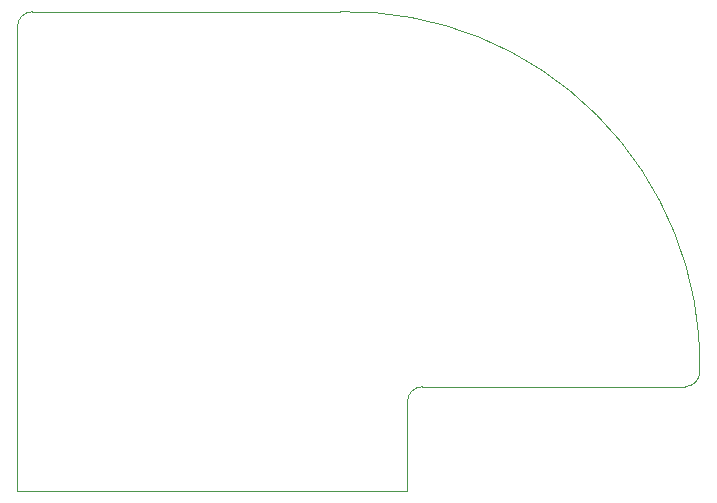
<source format=gbr>
G04 #@! TF.GenerationSoftware,KiCad,Pcbnew,(5.1.9)-1*
G04 #@! TF.CreationDate,2021-02-24T11:41:24+09:00*
G04 #@! TF.ProjectId,body,626f6479-2e6b-4696-9361-645f70636258,rev?*
G04 #@! TF.SameCoordinates,Original*
G04 #@! TF.FileFunction,Profile,NP*
%FSLAX46Y46*%
G04 Gerber Fmt 4.6, Leading zero omitted, Abs format (unit mm)*
G04 Created by KiCad (PCBNEW (5.1.9)-1) date 2021-02-24 11:41:24*
%MOMM*%
%LPD*%
G01*
G04 APERTURE LIST*
G04 #@! TA.AperFunction,Profile*
%ADD10C,0.050000*%
G04 #@! TD*
G04 APERTURE END LIST*
D10*
X82423000Y-52451000D02*
G75*
G02*
X81153000Y-53721000I-1270000J0D01*
G01*
X51962664Y-21970590D02*
G75*
G02*
X82423000Y-52451000I615337J-29845411D01*
G01*
X24638000Y-23241000D02*
G75*
G02*
X25908000Y-21971000I1270000J0D01*
G01*
X57658000Y-54991000D02*
G75*
G02*
X58928000Y-53721000I1270000J0D01*
G01*
X81153000Y-53721000D02*
X58928000Y-53721000D01*
X57658000Y-54991000D02*
X57658000Y-62526000D01*
X24638000Y-62526000D02*
X57658000Y-62526000D01*
X25908000Y-21971000D02*
X51962664Y-21970590D01*
X24638000Y-23241000D02*
X24638000Y-62526000D01*
M02*

</source>
